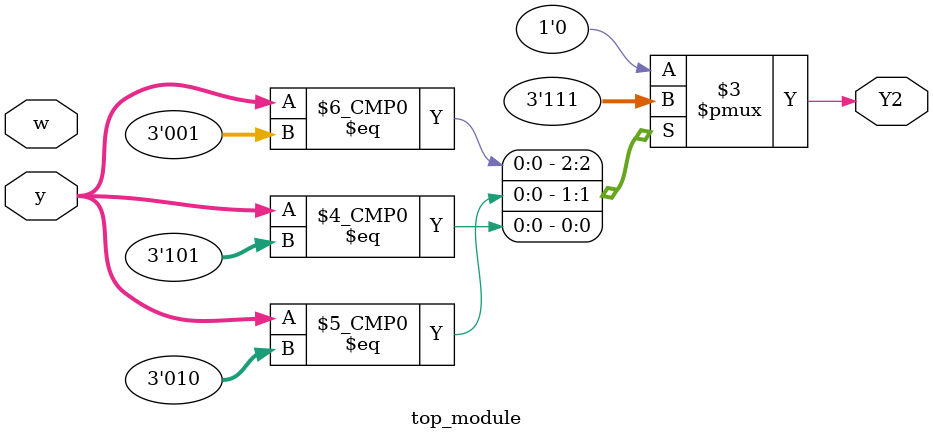
<source format=sv>
module top_module(
	input [3:1] y,
	input w,
	output reg Y2);

	always @(*) begin
		case (y)
			3'b000: Y2 = 1'b0; // A -> B
			3'b001: Y2 = 1'b1; // B -> A
			3'b010: Y2 = 1'b1; // C -> D
			3'b011: Y2 = 1'b0; // D -> A
			3'b100: Y2 = 1'b0; // E -> D
			3'b101: Y2 = 1'b1; // F -> D
			default: Y2 = 1'b0; // Default
		endcase
	end

endmodule

</source>
